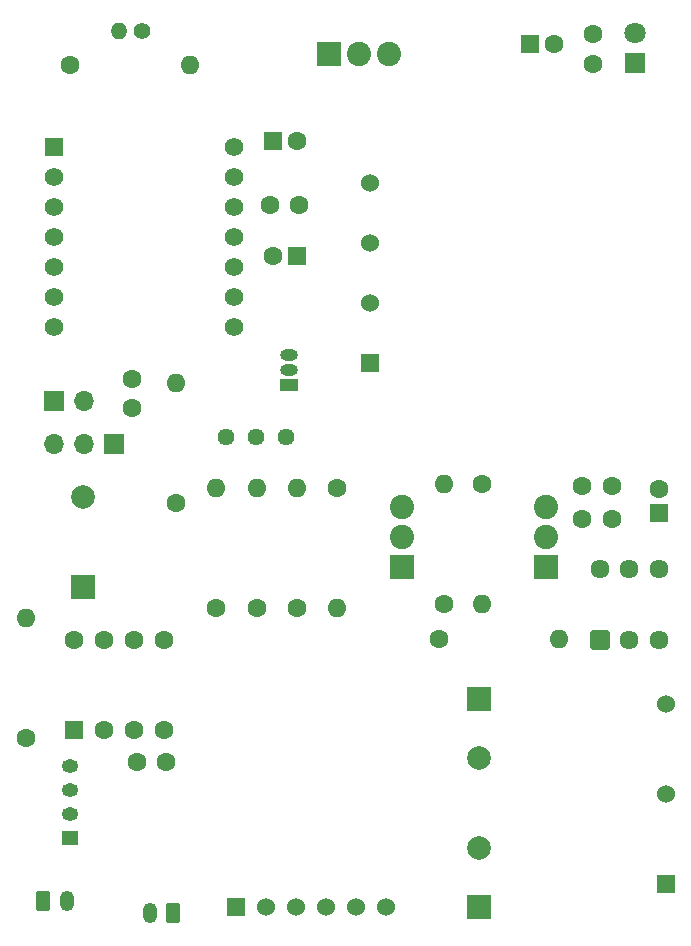
<source format=gbs>
G04 #@! TF.GenerationSoftware,KiCad,Pcbnew,8.0.4*
G04 #@! TF.CreationDate,2024-08-08T12:01:15+02:00*
G04 #@! TF.ProjectId,LED-board-PWM,4c45442d-626f-4617-9264-2d50574d2e6b,rev?*
G04 #@! TF.SameCoordinates,Original*
G04 #@! TF.FileFunction,Soldermask,Bot*
G04 #@! TF.FilePolarity,Negative*
%FSLAX46Y46*%
G04 Gerber Fmt 4.6, Leading zero omitted, Abs format (unit mm)*
G04 Created by KiCad (PCBNEW 8.0.4) date 2024-08-08 12:01:15*
%MOMM*%
%LPD*%
G01*
G04 APERTURE LIST*
G04 Aperture macros list*
%AMRoundRect*
0 Rectangle with rounded corners*
0 $1 Rounding radius*
0 $2 $3 $4 $5 $6 $7 $8 $9 X,Y pos of 4 corners*
0 Add a 4 corners polygon primitive as box body*
4,1,4,$2,$3,$4,$5,$6,$7,$8,$9,$2,$3,0*
0 Add four circle primitives for the rounded corners*
1,1,$1+$1,$2,$3*
1,1,$1+$1,$4,$5*
1,1,$1+$1,$6,$7*
1,1,$1+$1,$8,$9*
0 Add four rect primitives between the rounded corners*
20,1,$1+$1,$2,$3,$4,$5,0*
20,1,$1+$1,$4,$5,$6,$7,0*
20,1,$1+$1,$6,$7,$8,$9,0*
20,1,$1+$1,$8,$9,$2,$3,0*%
G04 Aperture macros list end*
%ADD10C,1.600000*%
%ADD11R,1.600000X1.600000*%
%ADD12R,1.524000X1.524000*%
%ADD13C,1.524000*%
%ADD14O,1.600000X1.600000*%
%ADD15RoundRect,0.250000X0.350000X0.625000X-0.350000X0.625000X-0.350000X-0.625000X0.350000X-0.625000X0*%
%ADD16O,1.200000X1.750000*%
%ADD17R,1.800000X1.800000*%
%ADD18C,1.800000*%
%ADD19R,1.397000X1.143000*%
%ADD20O,1.397000X1.143000*%
%ADD21RoundRect,0.102000X0.925000X-0.925000X0.925000X0.925000X-0.925000X0.925000X-0.925000X-0.925000X0*%
%ADD22C,2.054000*%
%ADD23C,1.440000*%
%ADD24RoundRect,0.250000X-0.350000X-0.625000X0.350000X-0.625000X0.350000X0.625000X-0.350000X0.625000X0*%
%ADD25R,2.000000X2.000000*%
%ADD26C,2.000000*%
%ADD27C,1.400000*%
%ADD28O,1.400000X1.400000*%
%ADD29R,1.700000X1.700000*%
%ADD30O,1.700000X1.700000*%
%ADD31R,1.500000X1.000000*%
%ADD32O,1.500000X1.000000*%
%ADD33RoundRect,0.102000X-0.679000X-0.679000X0.679000X-0.679000X0.679000X0.679000X-0.679000X0.679000X0*%
%ADD34C,1.562000*%
%ADD35RoundRect,0.102000X-0.925000X-0.925000X0.925000X-0.925000X0.925000X0.925000X-0.925000X0.925000X0*%
%ADD36RoundRect,0.102000X-0.704000X-0.704000X0.704000X-0.704000X0.704000X0.704000X-0.704000X0.704000X0*%
%ADD37C,1.612000*%
G04 APERTURE END LIST*
D10*
X122850000Y-65750000D03*
D11*
X124850000Y-65750000D03*
X122844888Y-56000000D03*
D10*
X124844888Y-56000000D03*
D11*
X144600000Y-47800000D03*
D10*
X146600000Y-47800000D03*
D12*
X131000000Y-74825000D03*
D13*
X131000000Y-69745000D03*
X131000000Y-64665000D03*
X131000000Y-59585000D03*
D10*
X124825000Y-95530000D03*
D14*
X124825000Y-85370000D03*
D15*
X114380600Y-121400000D03*
D16*
X112380600Y-121400000D03*
D17*
X153450000Y-49400000D03*
D18*
X153450000Y-46860000D03*
D19*
X105614747Y-115038574D03*
D20*
X105614747Y-113006574D03*
X105614747Y-110974574D03*
X105614747Y-108942574D03*
D10*
X140550000Y-85070000D03*
D14*
X140550000Y-95230000D03*
D21*
X133700000Y-92080000D03*
D22*
X133700000Y-89540000D03*
X133700000Y-87000000D03*
D10*
X125050000Y-61450000D03*
X122550000Y-61450000D03*
D23*
X123950000Y-81100000D03*
X121410000Y-81100000D03*
X118870000Y-81100000D03*
D24*
X103380600Y-120400000D03*
D16*
X105380600Y-120400000D03*
D25*
X106700000Y-93800000D03*
D26*
X106700000Y-86200000D03*
D10*
X149000000Y-85250000D03*
X151500000Y-85250000D03*
D27*
X111705000Y-46700000D03*
D28*
X109805000Y-46700000D03*
D29*
X104300000Y-78000000D03*
D30*
X106840000Y-78000000D03*
D10*
X128200000Y-85370000D03*
D14*
X128200000Y-95530000D03*
D31*
X124200000Y-76700000D03*
D32*
X124200000Y-75430000D03*
X124200000Y-74160000D03*
D10*
X110900000Y-76150000D03*
X110900000Y-78650000D03*
X137300000Y-95235000D03*
D14*
X137300000Y-85075000D03*
D10*
X118025000Y-95525000D03*
D14*
X118025000Y-85365000D03*
D10*
X149900000Y-49500000D03*
X149900000Y-47000000D03*
X136850000Y-98200000D03*
D14*
X147010000Y-98200000D03*
D12*
X119709400Y-120916500D03*
D13*
X122249400Y-120916500D03*
X124789400Y-120916500D03*
X127329400Y-120916500D03*
X129869400Y-120916500D03*
X132409400Y-120916500D03*
D10*
X111300000Y-108600000D03*
X113800000Y-108600000D03*
D12*
X156088700Y-118941200D03*
D13*
X156088700Y-111321200D03*
X156088700Y-103701200D03*
D10*
X155500000Y-85500000D03*
D11*
X155500000Y-87500000D03*
D33*
X104250000Y-56560000D03*
D34*
X104250000Y-59100000D03*
X104250000Y-61640000D03*
X104250000Y-64180000D03*
X104250000Y-66720000D03*
X104250000Y-69260000D03*
X104250000Y-71800000D03*
X119490000Y-71800000D03*
X119490000Y-69260000D03*
X119490000Y-66720000D03*
X119490000Y-64180000D03*
X119490000Y-61640000D03*
X119490000Y-59100000D03*
X119490000Y-56560000D03*
D10*
X105620000Y-49600000D03*
D14*
X115780000Y-49600000D03*
D10*
X121450000Y-95525000D03*
D14*
X121450000Y-85365000D03*
D21*
X145940000Y-92080000D03*
D22*
X145940000Y-89540000D03*
X145940000Y-87000000D03*
D35*
X127600000Y-48700000D03*
D22*
X130140000Y-48700000D03*
X132680000Y-48700000D03*
D36*
X150500000Y-98250000D03*
D37*
X153000000Y-98250000D03*
X155500000Y-98250000D03*
X150500000Y-92250000D03*
X153000000Y-92250000D03*
X155500000Y-92250000D03*
D10*
X149000000Y-88000000D03*
X151500000Y-88000000D03*
D25*
X140250000Y-103250000D03*
D26*
X140250000Y-108250000D03*
D10*
X114600000Y-86655000D03*
D14*
X114600000Y-76495000D03*
D11*
X105950000Y-105910000D03*
D10*
X108490000Y-105910000D03*
X111030000Y-105910000D03*
X113570000Y-105910000D03*
X113570000Y-98290000D03*
X111030000Y-98290000D03*
X108490000Y-98290000D03*
X105950000Y-98290000D03*
X101900000Y-106560000D03*
D14*
X101900000Y-96400000D03*
D25*
X140250000Y-120867677D03*
D26*
X140250000Y-115867677D03*
D29*
X109345000Y-81650000D03*
D30*
X106805000Y-81650000D03*
X104265000Y-81650000D03*
M02*

</source>
